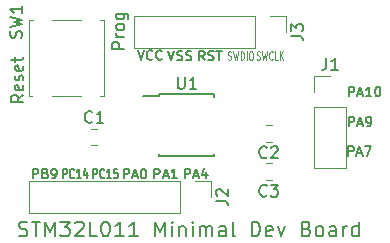
<source format=gbr>
G04 #@! TF.GenerationSoftware,KiCad,Pcbnew,5.1.2*
G04 #@! TF.CreationDate,2019-05-06T11:57:56-05:00*
G04 #@! TF.ProjectId,STM32L011Minimal,53544d33-324c-4303-9131-4d696e696d61,rev?*
G04 #@! TF.SameCoordinates,Original*
G04 #@! TF.FileFunction,Legend,Top*
G04 #@! TF.FilePolarity,Positive*
%FSLAX46Y46*%
G04 Gerber Fmt 4.6, Leading zero omitted, Abs format (unit mm)*
G04 Created by KiCad (PCBNEW 5.1.2) date 2019-05-06 11:57:56*
%MOMM*%
%LPD*%
G04 APERTURE LIST*
%ADD10C,0.150000*%
%ADD11C,0.125000*%
%ADD12C,0.120000*%
G04 APERTURE END LIST*
D10*
X175516666Y-84161904D02*
X175516666Y-83361904D01*
X175821428Y-83361904D01*
X175897619Y-83400000D01*
X175935714Y-83438095D01*
X175973809Y-83514285D01*
X175973809Y-83628571D01*
X175935714Y-83704761D01*
X175897619Y-83742857D01*
X175821428Y-83780952D01*
X175516666Y-83780952D01*
X176278571Y-83933333D02*
X176659523Y-83933333D01*
X176202380Y-84161904D02*
X176469047Y-83361904D01*
X176735714Y-84161904D01*
X176926190Y-83361904D02*
X177459523Y-83361904D01*
X177116666Y-84161904D01*
X175566666Y-81661904D02*
X175566666Y-80861904D01*
X175871428Y-80861904D01*
X175947619Y-80900000D01*
X175985714Y-80938095D01*
X176023809Y-81014285D01*
X176023809Y-81128571D01*
X175985714Y-81204761D01*
X175947619Y-81242857D01*
X175871428Y-81280952D01*
X175566666Y-81280952D01*
X176328571Y-81433333D02*
X176709523Y-81433333D01*
X176252380Y-81661904D02*
X176519047Y-80861904D01*
X176785714Y-81661904D01*
X177090476Y-81661904D02*
X177242857Y-81661904D01*
X177319047Y-81623809D01*
X177357142Y-81585714D01*
X177433333Y-81471428D01*
X177471428Y-81319047D01*
X177471428Y-81014285D01*
X177433333Y-80938095D01*
X177395238Y-80900000D01*
X177319047Y-80861904D01*
X177166666Y-80861904D01*
X177090476Y-80900000D01*
X177052380Y-80938095D01*
X177014285Y-81014285D01*
X177014285Y-81204761D01*
X177052380Y-81280952D01*
X177090476Y-81319047D01*
X177166666Y-81357142D01*
X177319047Y-81357142D01*
X177395238Y-81319047D01*
X177433333Y-81280952D01*
X177471428Y-81204761D01*
X175585714Y-79111904D02*
X175585714Y-78311904D01*
X175890476Y-78311904D01*
X175966666Y-78350000D01*
X176004761Y-78388095D01*
X176042857Y-78464285D01*
X176042857Y-78578571D01*
X176004761Y-78654761D01*
X175966666Y-78692857D01*
X175890476Y-78730952D01*
X175585714Y-78730952D01*
X176347619Y-78883333D02*
X176728571Y-78883333D01*
X176271428Y-79111904D02*
X176538095Y-78311904D01*
X176804761Y-79111904D01*
X177490476Y-79111904D02*
X177033333Y-79111904D01*
X177261904Y-79111904D02*
X177261904Y-78311904D01*
X177185714Y-78426190D01*
X177109523Y-78502380D01*
X177033333Y-78540476D01*
X177985714Y-78311904D02*
X178061904Y-78311904D01*
X178138095Y-78350000D01*
X178176190Y-78388095D01*
X178214285Y-78464285D01*
X178252380Y-78616666D01*
X178252380Y-78807142D01*
X178214285Y-78959523D01*
X178176190Y-79035714D01*
X178138095Y-79073809D01*
X178061904Y-79111904D01*
X177985714Y-79111904D01*
X177909523Y-79073809D01*
X177871428Y-79035714D01*
X177833333Y-78959523D01*
X177795238Y-78807142D01*
X177795238Y-78616666D01*
X177833333Y-78464285D01*
X177871428Y-78388095D01*
X177909523Y-78350000D01*
X177985714Y-78311904D01*
X161666666Y-86061904D02*
X161666666Y-85261904D01*
X161971428Y-85261904D01*
X162047619Y-85300000D01*
X162085714Y-85338095D01*
X162123809Y-85414285D01*
X162123809Y-85528571D01*
X162085714Y-85604761D01*
X162047619Y-85642857D01*
X161971428Y-85680952D01*
X161666666Y-85680952D01*
X162428571Y-85833333D02*
X162809523Y-85833333D01*
X162352380Y-86061904D02*
X162619047Y-85261904D01*
X162885714Y-86061904D01*
X163495238Y-85528571D02*
X163495238Y-86061904D01*
X163304761Y-85223809D02*
X163114285Y-85795238D01*
X163609523Y-85795238D01*
X159116666Y-86061904D02*
X159116666Y-85261904D01*
X159421428Y-85261904D01*
X159497619Y-85300000D01*
X159535714Y-85338095D01*
X159573809Y-85414285D01*
X159573809Y-85528571D01*
X159535714Y-85604761D01*
X159497619Y-85642857D01*
X159421428Y-85680952D01*
X159116666Y-85680952D01*
X159878571Y-85833333D02*
X160259523Y-85833333D01*
X159802380Y-86061904D02*
X160069047Y-85261904D01*
X160335714Y-86061904D01*
X161021428Y-86061904D02*
X160564285Y-86061904D01*
X160792857Y-86061904D02*
X160792857Y-85261904D01*
X160716666Y-85376190D01*
X160640476Y-85452380D01*
X160564285Y-85490476D01*
X156516666Y-86061904D02*
X156516666Y-85261904D01*
X156821428Y-85261904D01*
X156897619Y-85300000D01*
X156935714Y-85338095D01*
X156973809Y-85414285D01*
X156973809Y-85528571D01*
X156935714Y-85604761D01*
X156897619Y-85642857D01*
X156821428Y-85680952D01*
X156516666Y-85680952D01*
X157278571Y-85833333D02*
X157659523Y-85833333D01*
X157202380Y-86061904D02*
X157469047Y-85261904D01*
X157735714Y-86061904D01*
X158154761Y-85261904D02*
X158230952Y-85261904D01*
X158307142Y-85300000D01*
X158345238Y-85338095D01*
X158383333Y-85414285D01*
X158421428Y-85566666D01*
X158421428Y-85757142D01*
X158383333Y-85909523D01*
X158345238Y-85985714D01*
X158307142Y-86023809D01*
X158230952Y-86061904D01*
X158154761Y-86061904D01*
X158078571Y-86023809D01*
X158040476Y-85985714D01*
X158002380Y-85909523D01*
X157964285Y-85757142D01*
X157964285Y-85566666D01*
X158002380Y-85414285D01*
X158040476Y-85338095D01*
X158078571Y-85300000D01*
X158154761Y-85261904D01*
X153921428Y-86061904D02*
X153921428Y-85261904D01*
X154150000Y-85261904D01*
X154207142Y-85300000D01*
X154235714Y-85338095D01*
X154264285Y-85414285D01*
X154264285Y-85528571D01*
X154235714Y-85604761D01*
X154207142Y-85642857D01*
X154150000Y-85680952D01*
X153921428Y-85680952D01*
X154864285Y-85985714D02*
X154835714Y-86023809D01*
X154750000Y-86061904D01*
X154692857Y-86061904D01*
X154607142Y-86023809D01*
X154550000Y-85947619D01*
X154521428Y-85871428D01*
X154492857Y-85719047D01*
X154492857Y-85604761D01*
X154521428Y-85452380D01*
X154550000Y-85376190D01*
X154607142Y-85300000D01*
X154692857Y-85261904D01*
X154750000Y-85261904D01*
X154835714Y-85300000D01*
X154864285Y-85338095D01*
X155435714Y-86061904D02*
X155092857Y-86061904D01*
X155264285Y-86061904D02*
X155264285Y-85261904D01*
X155207142Y-85376190D01*
X155150000Y-85452380D01*
X155092857Y-85490476D01*
X155978571Y-85261904D02*
X155692857Y-85261904D01*
X155664285Y-85642857D01*
X155692857Y-85604761D01*
X155750000Y-85566666D01*
X155892857Y-85566666D01*
X155950000Y-85604761D01*
X155978571Y-85642857D01*
X156007142Y-85719047D01*
X156007142Y-85909523D01*
X155978571Y-85985714D01*
X155950000Y-86023809D01*
X155892857Y-86061904D01*
X155750000Y-86061904D01*
X155692857Y-86023809D01*
X155664285Y-85985714D01*
X151371428Y-86061904D02*
X151371428Y-85261904D01*
X151600000Y-85261904D01*
X151657142Y-85300000D01*
X151685714Y-85338095D01*
X151714285Y-85414285D01*
X151714285Y-85528571D01*
X151685714Y-85604761D01*
X151657142Y-85642857D01*
X151600000Y-85680952D01*
X151371428Y-85680952D01*
X152314285Y-85985714D02*
X152285714Y-86023809D01*
X152200000Y-86061904D01*
X152142857Y-86061904D01*
X152057142Y-86023809D01*
X152000000Y-85947619D01*
X151971428Y-85871428D01*
X151942857Y-85719047D01*
X151942857Y-85604761D01*
X151971428Y-85452380D01*
X152000000Y-85376190D01*
X152057142Y-85300000D01*
X152142857Y-85261904D01*
X152200000Y-85261904D01*
X152285714Y-85300000D01*
X152314285Y-85338095D01*
X152885714Y-86061904D02*
X152542857Y-86061904D01*
X152714285Y-86061904D02*
X152714285Y-85261904D01*
X152657142Y-85376190D01*
X152600000Y-85452380D01*
X152542857Y-85490476D01*
X153400000Y-85528571D02*
X153400000Y-86061904D01*
X153257142Y-85223809D02*
X153114285Y-85795238D01*
X153485714Y-85795238D01*
X148809523Y-86061904D02*
X148809523Y-85261904D01*
X149114285Y-85261904D01*
X149190476Y-85300000D01*
X149228571Y-85338095D01*
X149266666Y-85414285D01*
X149266666Y-85528571D01*
X149228571Y-85604761D01*
X149190476Y-85642857D01*
X149114285Y-85680952D01*
X148809523Y-85680952D01*
X149876190Y-85642857D02*
X149990476Y-85680952D01*
X150028571Y-85719047D01*
X150066666Y-85795238D01*
X150066666Y-85909523D01*
X150028571Y-85985714D01*
X149990476Y-86023809D01*
X149914285Y-86061904D01*
X149609523Y-86061904D01*
X149609523Y-85261904D01*
X149876190Y-85261904D01*
X149952380Y-85300000D01*
X149990476Y-85338095D01*
X150028571Y-85414285D01*
X150028571Y-85490476D01*
X149990476Y-85566666D01*
X149952380Y-85604761D01*
X149876190Y-85642857D01*
X149609523Y-85642857D01*
X150447619Y-86061904D02*
X150600000Y-86061904D01*
X150676190Y-86023809D01*
X150714285Y-85985714D01*
X150790476Y-85871428D01*
X150828571Y-85719047D01*
X150828571Y-85414285D01*
X150790476Y-85338095D01*
X150752380Y-85300000D01*
X150676190Y-85261904D01*
X150523809Y-85261904D01*
X150447619Y-85300000D01*
X150409523Y-85338095D01*
X150371428Y-85414285D01*
X150371428Y-85604761D01*
X150409523Y-85680952D01*
X150447619Y-85719047D01*
X150523809Y-85757142D01*
X150676190Y-85757142D01*
X150752380Y-85719047D01*
X150790476Y-85680952D01*
X150828571Y-85604761D01*
D11*
X167769047Y-75983333D02*
X167840476Y-76016666D01*
X167959523Y-76016666D01*
X168007142Y-75983333D01*
X168030952Y-75950000D01*
X168054761Y-75883333D01*
X168054761Y-75816666D01*
X168030952Y-75750000D01*
X168007142Y-75716666D01*
X167959523Y-75683333D01*
X167864285Y-75650000D01*
X167816666Y-75616666D01*
X167792857Y-75583333D01*
X167769047Y-75516666D01*
X167769047Y-75450000D01*
X167792857Y-75383333D01*
X167816666Y-75350000D01*
X167864285Y-75316666D01*
X167983333Y-75316666D01*
X168054761Y-75350000D01*
X168221428Y-75316666D02*
X168340476Y-76016666D01*
X168435714Y-75516666D01*
X168530952Y-76016666D01*
X168650000Y-75316666D01*
X169126190Y-75950000D02*
X169102380Y-75983333D01*
X169030952Y-76016666D01*
X168983333Y-76016666D01*
X168911904Y-75983333D01*
X168864285Y-75916666D01*
X168840476Y-75850000D01*
X168816666Y-75716666D01*
X168816666Y-75616666D01*
X168840476Y-75483333D01*
X168864285Y-75416666D01*
X168911904Y-75350000D01*
X168983333Y-75316666D01*
X169030952Y-75316666D01*
X169102380Y-75350000D01*
X169126190Y-75383333D01*
X169578571Y-76016666D02*
X169340476Y-76016666D01*
X169340476Y-75316666D01*
X169745238Y-76016666D02*
X169745238Y-75316666D01*
X170030952Y-76016666D02*
X169816666Y-75616666D01*
X170030952Y-75316666D02*
X169745238Y-75716666D01*
X165340476Y-75983333D02*
X165411904Y-76016666D01*
X165530952Y-76016666D01*
X165578571Y-75983333D01*
X165602380Y-75950000D01*
X165626190Y-75883333D01*
X165626190Y-75816666D01*
X165602380Y-75750000D01*
X165578571Y-75716666D01*
X165530952Y-75683333D01*
X165435714Y-75650000D01*
X165388095Y-75616666D01*
X165364285Y-75583333D01*
X165340476Y-75516666D01*
X165340476Y-75450000D01*
X165364285Y-75383333D01*
X165388095Y-75350000D01*
X165435714Y-75316666D01*
X165554761Y-75316666D01*
X165626190Y-75350000D01*
X165792857Y-75316666D02*
X165911904Y-76016666D01*
X166007142Y-75516666D01*
X166102380Y-76016666D01*
X166221428Y-75316666D01*
X166411904Y-76016666D02*
X166411904Y-75316666D01*
X166530952Y-75316666D01*
X166602380Y-75350000D01*
X166650000Y-75416666D01*
X166673809Y-75483333D01*
X166697619Y-75616666D01*
X166697619Y-75716666D01*
X166673809Y-75850000D01*
X166650000Y-75916666D01*
X166602380Y-75983333D01*
X166530952Y-76016666D01*
X166411904Y-76016666D01*
X166911904Y-76016666D02*
X166911904Y-75316666D01*
X167245238Y-75316666D02*
X167340476Y-75316666D01*
X167388095Y-75350000D01*
X167435714Y-75416666D01*
X167459523Y-75550000D01*
X167459523Y-75783333D01*
X167435714Y-75916666D01*
X167388095Y-75983333D01*
X167340476Y-76016666D01*
X167245238Y-76016666D01*
X167197619Y-75983333D01*
X167150000Y-75916666D01*
X167126190Y-75783333D01*
X167126190Y-75550000D01*
X167150000Y-75416666D01*
X167197619Y-75350000D01*
X167245238Y-75316666D01*
D10*
X163361904Y-76061904D02*
X163095238Y-75680952D01*
X162904761Y-76061904D02*
X162904761Y-75261904D01*
X163209523Y-75261904D01*
X163285714Y-75300000D01*
X163323809Y-75338095D01*
X163361904Y-75414285D01*
X163361904Y-75528571D01*
X163323809Y-75604761D01*
X163285714Y-75642857D01*
X163209523Y-75680952D01*
X162904761Y-75680952D01*
X163666666Y-76023809D02*
X163780952Y-76061904D01*
X163971428Y-76061904D01*
X164047619Y-76023809D01*
X164085714Y-75985714D01*
X164123809Y-75909523D01*
X164123809Y-75833333D01*
X164085714Y-75757142D01*
X164047619Y-75719047D01*
X163971428Y-75680952D01*
X163819047Y-75642857D01*
X163742857Y-75604761D01*
X163704761Y-75566666D01*
X163666666Y-75490476D01*
X163666666Y-75414285D01*
X163704761Y-75338095D01*
X163742857Y-75300000D01*
X163819047Y-75261904D01*
X164009523Y-75261904D01*
X164123809Y-75300000D01*
X164352380Y-75261904D02*
X164809523Y-75261904D01*
X164580952Y-76061904D02*
X164580952Y-75261904D01*
X160271428Y-75261904D02*
X160538095Y-76061904D01*
X160804761Y-75261904D01*
X161033333Y-76023809D02*
X161147619Y-76061904D01*
X161338095Y-76061904D01*
X161414285Y-76023809D01*
X161452380Y-75985714D01*
X161490476Y-75909523D01*
X161490476Y-75833333D01*
X161452380Y-75757142D01*
X161414285Y-75719047D01*
X161338095Y-75680952D01*
X161185714Y-75642857D01*
X161109523Y-75604761D01*
X161071428Y-75566666D01*
X161033333Y-75490476D01*
X161033333Y-75414285D01*
X161071428Y-75338095D01*
X161109523Y-75300000D01*
X161185714Y-75261904D01*
X161376190Y-75261904D01*
X161490476Y-75300000D01*
X161795238Y-76023809D02*
X161909523Y-76061904D01*
X162100000Y-76061904D01*
X162176190Y-76023809D01*
X162214285Y-75985714D01*
X162252380Y-75909523D01*
X162252380Y-75833333D01*
X162214285Y-75757142D01*
X162176190Y-75719047D01*
X162100000Y-75680952D01*
X161947619Y-75642857D01*
X161871428Y-75604761D01*
X161833333Y-75566666D01*
X161795238Y-75490476D01*
X161795238Y-75414285D01*
X161833333Y-75338095D01*
X161871428Y-75300000D01*
X161947619Y-75261904D01*
X162138095Y-75261904D01*
X162252380Y-75300000D01*
X157683333Y-75211904D02*
X157950000Y-76011904D01*
X158216666Y-75211904D01*
X158940476Y-75935714D02*
X158902380Y-75973809D01*
X158788095Y-76011904D01*
X158711904Y-76011904D01*
X158597619Y-75973809D01*
X158521428Y-75897619D01*
X158483333Y-75821428D01*
X158445238Y-75669047D01*
X158445238Y-75554761D01*
X158483333Y-75402380D01*
X158521428Y-75326190D01*
X158597619Y-75250000D01*
X158711904Y-75211904D01*
X158788095Y-75211904D01*
X158902380Y-75250000D01*
X158940476Y-75288095D01*
X159740476Y-75935714D02*
X159702380Y-75973809D01*
X159588095Y-76011904D01*
X159511904Y-76011904D01*
X159397619Y-75973809D01*
X159321428Y-75897619D01*
X159283333Y-75821428D01*
X159245238Y-75669047D01*
X159245238Y-75554761D01*
X159283333Y-75402380D01*
X159321428Y-75326190D01*
X159397619Y-75250000D01*
X159511904Y-75211904D01*
X159588095Y-75211904D01*
X159702380Y-75250000D01*
X159740476Y-75288095D01*
X147645238Y-90905952D02*
X147823809Y-90965476D01*
X148121428Y-90965476D01*
X148240476Y-90905952D01*
X148300000Y-90846428D01*
X148359523Y-90727380D01*
X148359523Y-90608333D01*
X148300000Y-90489285D01*
X148240476Y-90429761D01*
X148121428Y-90370238D01*
X147883333Y-90310714D01*
X147764285Y-90251190D01*
X147704761Y-90191666D01*
X147645238Y-90072619D01*
X147645238Y-89953571D01*
X147704761Y-89834523D01*
X147764285Y-89775000D01*
X147883333Y-89715476D01*
X148180952Y-89715476D01*
X148359523Y-89775000D01*
X148716666Y-89715476D02*
X149430952Y-89715476D01*
X149073809Y-90965476D02*
X149073809Y-89715476D01*
X149847619Y-90965476D02*
X149847619Y-89715476D01*
X150264285Y-90608333D01*
X150680952Y-89715476D01*
X150680952Y-90965476D01*
X151157142Y-89715476D02*
X151930952Y-89715476D01*
X151514285Y-90191666D01*
X151692857Y-90191666D01*
X151811904Y-90251190D01*
X151871428Y-90310714D01*
X151930952Y-90429761D01*
X151930952Y-90727380D01*
X151871428Y-90846428D01*
X151811904Y-90905952D01*
X151692857Y-90965476D01*
X151335714Y-90965476D01*
X151216666Y-90905952D01*
X151157142Y-90846428D01*
X152407142Y-89834523D02*
X152466666Y-89775000D01*
X152585714Y-89715476D01*
X152883333Y-89715476D01*
X153002380Y-89775000D01*
X153061904Y-89834523D01*
X153121428Y-89953571D01*
X153121428Y-90072619D01*
X153061904Y-90251190D01*
X152347619Y-90965476D01*
X153121428Y-90965476D01*
X154252380Y-90965476D02*
X153657142Y-90965476D01*
X153657142Y-89715476D01*
X154907142Y-89715476D02*
X155026190Y-89715476D01*
X155145238Y-89775000D01*
X155204761Y-89834523D01*
X155264285Y-89953571D01*
X155323809Y-90191666D01*
X155323809Y-90489285D01*
X155264285Y-90727380D01*
X155204761Y-90846428D01*
X155145238Y-90905952D01*
X155026190Y-90965476D01*
X154907142Y-90965476D01*
X154788095Y-90905952D01*
X154728571Y-90846428D01*
X154669047Y-90727380D01*
X154609523Y-90489285D01*
X154609523Y-90191666D01*
X154669047Y-89953571D01*
X154728571Y-89834523D01*
X154788095Y-89775000D01*
X154907142Y-89715476D01*
X156514285Y-90965476D02*
X155800000Y-90965476D01*
X156157142Y-90965476D02*
X156157142Y-89715476D01*
X156038095Y-89894047D01*
X155919047Y-90013095D01*
X155800000Y-90072619D01*
X157704761Y-90965476D02*
X156990476Y-90965476D01*
X157347619Y-90965476D02*
X157347619Y-89715476D01*
X157228571Y-89894047D01*
X157109523Y-90013095D01*
X156990476Y-90072619D01*
X159192857Y-90965476D02*
X159192857Y-89715476D01*
X159609523Y-90608333D01*
X160026190Y-89715476D01*
X160026190Y-90965476D01*
X160621428Y-90965476D02*
X160621428Y-90132142D01*
X160621428Y-89715476D02*
X160561904Y-89775000D01*
X160621428Y-89834523D01*
X160680952Y-89775000D01*
X160621428Y-89715476D01*
X160621428Y-89834523D01*
X161216666Y-90132142D02*
X161216666Y-90965476D01*
X161216666Y-90251190D02*
X161276190Y-90191666D01*
X161395238Y-90132142D01*
X161573809Y-90132142D01*
X161692857Y-90191666D01*
X161752380Y-90310714D01*
X161752380Y-90965476D01*
X162347619Y-90965476D02*
X162347619Y-90132142D01*
X162347619Y-89715476D02*
X162288095Y-89775000D01*
X162347619Y-89834523D01*
X162407142Y-89775000D01*
X162347619Y-89715476D01*
X162347619Y-89834523D01*
X162942857Y-90965476D02*
X162942857Y-90132142D01*
X162942857Y-90251190D02*
X163002380Y-90191666D01*
X163121428Y-90132142D01*
X163300000Y-90132142D01*
X163419047Y-90191666D01*
X163478571Y-90310714D01*
X163478571Y-90965476D01*
X163478571Y-90310714D02*
X163538095Y-90191666D01*
X163657142Y-90132142D01*
X163835714Y-90132142D01*
X163954761Y-90191666D01*
X164014285Y-90310714D01*
X164014285Y-90965476D01*
X165145238Y-90965476D02*
X165145238Y-90310714D01*
X165085714Y-90191666D01*
X164966666Y-90132142D01*
X164728571Y-90132142D01*
X164609523Y-90191666D01*
X165145238Y-90905952D02*
X165026190Y-90965476D01*
X164728571Y-90965476D01*
X164609523Y-90905952D01*
X164550000Y-90786904D01*
X164550000Y-90667857D01*
X164609523Y-90548809D01*
X164728571Y-90489285D01*
X165026190Y-90489285D01*
X165145238Y-90429761D01*
X165919047Y-90965476D02*
X165800000Y-90905952D01*
X165740476Y-90786904D01*
X165740476Y-89715476D01*
X167347619Y-90965476D02*
X167347619Y-89715476D01*
X167645238Y-89715476D01*
X167823809Y-89775000D01*
X167942857Y-89894047D01*
X168002380Y-90013095D01*
X168061904Y-90251190D01*
X168061904Y-90429761D01*
X168002380Y-90667857D01*
X167942857Y-90786904D01*
X167823809Y-90905952D01*
X167645238Y-90965476D01*
X167347619Y-90965476D01*
X169073809Y-90905952D02*
X168954761Y-90965476D01*
X168716666Y-90965476D01*
X168597619Y-90905952D01*
X168538095Y-90786904D01*
X168538095Y-90310714D01*
X168597619Y-90191666D01*
X168716666Y-90132142D01*
X168954761Y-90132142D01*
X169073809Y-90191666D01*
X169133333Y-90310714D01*
X169133333Y-90429761D01*
X168538095Y-90548809D01*
X169550000Y-90132142D02*
X169847619Y-90965476D01*
X170145238Y-90132142D01*
X171990476Y-90310714D02*
X172169047Y-90370238D01*
X172228571Y-90429761D01*
X172288095Y-90548809D01*
X172288095Y-90727380D01*
X172228571Y-90846428D01*
X172169047Y-90905952D01*
X172050000Y-90965476D01*
X171573809Y-90965476D01*
X171573809Y-89715476D01*
X171990476Y-89715476D01*
X172109523Y-89775000D01*
X172169047Y-89834523D01*
X172228571Y-89953571D01*
X172228571Y-90072619D01*
X172169047Y-90191666D01*
X172109523Y-90251190D01*
X171990476Y-90310714D01*
X171573809Y-90310714D01*
X173002380Y-90965476D02*
X172883333Y-90905952D01*
X172823809Y-90846428D01*
X172764285Y-90727380D01*
X172764285Y-90370238D01*
X172823809Y-90251190D01*
X172883333Y-90191666D01*
X173002380Y-90132142D01*
X173180952Y-90132142D01*
X173300000Y-90191666D01*
X173359523Y-90251190D01*
X173419047Y-90370238D01*
X173419047Y-90727380D01*
X173359523Y-90846428D01*
X173300000Y-90905952D01*
X173180952Y-90965476D01*
X173002380Y-90965476D01*
X174490476Y-90965476D02*
X174490476Y-90310714D01*
X174430952Y-90191666D01*
X174311904Y-90132142D01*
X174073809Y-90132142D01*
X173954761Y-90191666D01*
X174490476Y-90905952D02*
X174371428Y-90965476D01*
X174073809Y-90965476D01*
X173954761Y-90905952D01*
X173895238Y-90786904D01*
X173895238Y-90667857D01*
X173954761Y-90548809D01*
X174073809Y-90489285D01*
X174371428Y-90489285D01*
X174490476Y-90429761D01*
X175085714Y-90965476D02*
X175085714Y-90132142D01*
X175085714Y-90370238D02*
X175145238Y-90251190D01*
X175204761Y-90191666D01*
X175323809Y-90132142D01*
X175442857Y-90132142D01*
X176395238Y-90965476D02*
X176395238Y-89715476D01*
X176395238Y-90905952D02*
X176276190Y-90965476D01*
X176038095Y-90965476D01*
X175919047Y-90905952D01*
X175859523Y-90846428D01*
X175800000Y-90727380D01*
X175800000Y-90370238D01*
X175859523Y-90251190D01*
X175919047Y-90191666D01*
X176038095Y-90132142D01*
X176276190Y-90132142D01*
X176395238Y-90191666D01*
D12*
X153743922Y-81840000D02*
X154261078Y-81840000D01*
X153743922Y-83260000D02*
X154261078Y-83260000D01*
X169046078Y-81540000D02*
X168528922Y-81540000D01*
X169046078Y-82960000D02*
X168528922Y-82960000D01*
X169046078Y-86210000D02*
X168528922Y-86210000D01*
X169046078Y-84790000D02*
X168528922Y-84790000D01*
X172660000Y-85150000D02*
X175320000Y-85150000D01*
X172660000Y-80010000D02*
X172660000Y-85150000D01*
X175320000Y-80010000D02*
X175320000Y-85150000D01*
X172660000Y-80010000D02*
X175320000Y-80010000D01*
X172660000Y-78740000D02*
X172660000Y-77410000D01*
X172660000Y-77410000D02*
X173990000Y-77410000D01*
X148530000Y-86300000D02*
X148530000Y-88960000D01*
X161290000Y-86300000D02*
X148530000Y-86300000D01*
X161290000Y-88960000D02*
X148530000Y-88960000D01*
X161290000Y-86300000D02*
X161290000Y-88960000D01*
X162560000Y-86300000D02*
X163890000Y-86300000D01*
X163890000Y-86300000D02*
X163890000Y-87630000D01*
X157420000Y-72330000D02*
X157420000Y-74990000D01*
X167640000Y-72330000D02*
X157420000Y-72330000D01*
X167640000Y-74990000D02*
X157420000Y-74990000D01*
X167640000Y-72330000D02*
X167640000Y-74990000D01*
X168910000Y-72330000D02*
X170240000Y-72330000D01*
X170240000Y-72330000D02*
X170240000Y-73660000D01*
X148870000Y-72630000D02*
X148460000Y-72630000D01*
X148460000Y-72630000D02*
X148460000Y-79050000D01*
X148460000Y-79050000D02*
X148740000Y-79050000D01*
X150470000Y-79050000D02*
X152870000Y-79050000D01*
X154470000Y-79050000D02*
X154880000Y-79050000D01*
X154880000Y-79050000D02*
X154880000Y-72630000D01*
X154880000Y-72630000D02*
X154470000Y-72630000D01*
X152870000Y-72630000D02*
X150470000Y-72630000D01*
D10*
X159530001Y-78940001D02*
X159530001Y-79065001D01*
X164180001Y-78940001D02*
X164180001Y-79165001D01*
X164180001Y-84190001D02*
X164180001Y-83965001D01*
X159530001Y-84190001D02*
X159530001Y-83965001D01*
X159530001Y-78940001D02*
X164180001Y-78940001D01*
X159530001Y-84190001D02*
X164180001Y-84190001D01*
X159530001Y-79065001D02*
X158180001Y-79065001D01*
X153835833Y-81257142D02*
X153788214Y-81304761D01*
X153645357Y-81352380D01*
X153550119Y-81352380D01*
X153407261Y-81304761D01*
X153312023Y-81209523D01*
X153264404Y-81114285D01*
X153216785Y-80923809D01*
X153216785Y-80780952D01*
X153264404Y-80590476D01*
X153312023Y-80495238D01*
X153407261Y-80400000D01*
X153550119Y-80352380D01*
X153645357Y-80352380D01*
X153788214Y-80400000D01*
X153835833Y-80447619D01*
X154788214Y-81352380D02*
X154216785Y-81352380D01*
X154502500Y-81352380D02*
X154502500Y-80352380D01*
X154407261Y-80495238D01*
X154312023Y-80590476D01*
X154216785Y-80638095D01*
X168620833Y-84257142D02*
X168573214Y-84304761D01*
X168430357Y-84352380D01*
X168335119Y-84352380D01*
X168192261Y-84304761D01*
X168097023Y-84209523D01*
X168049404Y-84114285D01*
X168001785Y-83923809D01*
X168001785Y-83780952D01*
X168049404Y-83590476D01*
X168097023Y-83495238D01*
X168192261Y-83400000D01*
X168335119Y-83352380D01*
X168430357Y-83352380D01*
X168573214Y-83400000D01*
X168620833Y-83447619D01*
X169001785Y-83447619D02*
X169049404Y-83400000D01*
X169144642Y-83352380D01*
X169382738Y-83352380D01*
X169477976Y-83400000D01*
X169525595Y-83447619D01*
X169573214Y-83542857D01*
X169573214Y-83638095D01*
X169525595Y-83780952D01*
X168954166Y-84352380D01*
X169573214Y-84352380D01*
X168620833Y-87507142D02*
X168573214Y-87554761D01*
X168430357Y-87602380D01*
X168335119Y-87602380D01*
X168192261Y-87554761D01*
X168097023Y-87459523D01*
X168049404Y-87364285D01*
X168001785Y-87173809D01*
X168001785Y-87030952D01*
X168049404Y-86840476D01*
X168097023Y-86745238D01*
X168192261Y-86650000D01*
X168335119Y-86602380D01*
X168430357Y-86602380D01*
X168573214Y-86650000D01*
X168620833Y-86697619D01*
X168954166Y-86602380D02*
X169573214Y-86602380D01*
X169239880Y-86983333D01*
X169382738Y-86983333D01*
X169477976Y-87030952D01*
X169525595Y-87078571D01*
X169573214Y-87173809D01*
X169573214Y-87411904D01*
X169525595Y-87507142D01*
X169477976Y-87554761D01*
X169382738Y-87602380D01*
X169097023Y-87602380D01*
X169001785Y-87554761D01*
X168954166Y-87507142D01*
X173656666Y-75862380D02*
X173656666Y-76576666D01*
X173609047Y-76719523D01*
X173513809Y-76814761D01*
X173370952Y-76862380D01*
X173275714Y-76862380D01*
X174656666Y-76862380D02*
X174085238Y-76862380D01*
X174370952Y-76862380D02*
X174370952Y-75862380D01*
X174275714Y-76005238D01*
X174180476Y-76100476D01*
X174085238Y-76148095D01*
X164342380Y-87963333D02*
X165056666Y-87963333D01*
X165199523Y-88010952D01*
X165294761Y-88106190D01*
X165342380Y-88249047D01*
X165342380Y-88344285D01*
X164437619Y-87534761D02*
X164390000Y-87487142D01*
X164342380Y-87391904D01*
X164342380Y-87153809D01*
X164390000Y-87058571D01*
X164437619Y-87010952D01*
X164532857Y-86963333D01*
X164628095Y-86963333D01*
X164770952Y-87010952D01*
X165342380Y-87582380D01*
X165342380Y-86963333D01*
X170692380Y-73993333D02*
X171406666Y-73993333D01*
X171549523Y-74040952D01*
X171644761Y-74136190D01*
X171692380Y-74279047D01*
X171692380Y-74374285D01*
X170692380Y-73612380D02*
X170692380Y-72993333D01*
X171073333Y-73326666D01*
X171073333Y-73183809D01*
X171120952Y-73088571D01*
X171168571Y-73040952D01*
X171263809Y-72993333D01*
X171501904Y-72993333D01*
X171597142Y-73040952D01*
X171644761Y-73088571D01*
X171692380Y-73183809D01*
X171692380Y-73469523D01*
X171644761Y-73564761D01*
X171597142Y-73612380D01*
X156552380Y-75076190D02*
X155552380Y-75076190D01*
X155552380Y-74695238D01*
X155600000Y-74600000D01*
X155647619Y-74552380D01*
X155742857Y-74504761D01*
X155885714Y-74504761D01*
X155980952Y-74552380D01*
X156028571Y-74600000D01*
X156076190Y-74695238D01*
X156076190Y-75076190D01*
X156552380Y-74076190D02*
X155885714Y-74076190D01*
X156076190Y-74076190D02*
X155980952Y-74028571D01*
X155933333Y-73980952D01*
X155885714Y-73885714D01*
X155885714Y-73790476D01*
X156552380Y-73314285D02*
X156504761Y-73409523D01*
X156457142Y-73457142D01*
X156361904Y-73504761D01*
X156076190Y-73504761D01*
X155980952Y-73457142D01*
X155933333Y-73409523D01*
X155885714Y-73314285D01*
X155885714Y-73171428D01*
X155933333Y-73076190D01*
X155980952Y-73028571D01*
X156076190Y-72980952D01*
X156361904Y-72980952D01*
X156457142Y-73028571D01*
X156504761Y-73076190D01*
X156552380Y-73171428D01*
X156552380Y-73314285D01*
X155885714Y-72123809D02*
X156695238Y-72123809D01*
X156790476Y-72171428D01*
X156838095Y-72219047D01*
X156885714Y-72314285D01*
X156885714Y-72457142D01*
X156838095Y-72552380D01*
X156504761Y-72123809D02*
X156552380Y-72219047D01*
X156552380Y-72409523D01*
X156504761Y-72504761D01*
X156457142Y-72552380D01*
X156361904Y-72600000D01*
X156076190Y-72600000D01*
X155980952Y-72552380D01*
X155933333Y-72504761D01*
X155885714Y-72409523D01*
X155885714Y-72219047D01*
X155933333Y-72123809D01*
X147854761Y-74133333D02*
X147902380Y-73990476D01*
X147902380Y-73752380D01*
X147854761Y-73657142D01*
X147807142Y-73609523D01*
X147711904Y-73561904D01*
X147616666Y-73561904D01*
X147521428Y-73609523D01*
X147473809Y-73657142D01*
X147426190Y-73752380D01*
X147378571Y-73942857D01*
X147330952Y-74038095D01*
X147283333Y-74085714D01*
X147188095Y-74133333D01*
X147092857Y-74133333D01*
X146997619Y-74085714D01*
X146950000Y-74038095D01*
X146902380Y-73942857D01*
X146902380Y-73704761D01*
X146950000Y-73561904D01*
X146902380Y-73228571D02*
X147902380Y-72990476D01*
X147188095Y-72800000D01*
X147902380Y-72609523D01*
X146902380Y-72371428D01*
X147902380Y-71466666D02*
X147902380Y-72038095D01*
X147902380Y-71752380D02*
X146902380Y-71752380D01*
X147045238Y-71847619D01*
X147140476Y-71942857D01*
X147188095Y-72038095D01*
X148002380Y-78988095D02*
X147526190Y-79321428D01*
X148002380Y-79559523D02*
X147002380Y-79559523D01*
X147002380Y-79178571D01*
X147050000Y-79083333D01*
X147097619Y-79035714D01*
X147192857Y-78988095D01*
X147335714Y-78988095D01*
X147430952Y-79035714D01*
X147478571Y-79083333D01*
X147526190Y-79178571D01*
X147526190Y-79559523D01*
X147954761Y-78178571D02*
X148002380Y-78273809D01*
X148002380Y-78464285D01*
X147954761Y-78559523D01*
X147859523Y-78607142D01*
X147478571Y-78607142D01*
X147383333Y-78559523D01*
X147335714Y-78464285D01*
X147335714Y-78273809D01*
X147383333Y-78178571D01*
X147478571Y-78130952D01*
X147573809Y-78130952D01*
X147669047Y-78607142D01*
X147954761Y-77750000D02*
X148002380Y-77654761D01*
X148002380Y-77464285D01*
X147954761Y-77369047D01*
X147859523Y-77321428D01*
X147811904Y-77321428D01*
X147716666Y-77369047D01*
X147669047Y-77464285D01*
X147669047Y-77607142D01*
X147621428Y-77702380D01*
X147526190Y-77750000D01*
X147478571Y-77750000D01*
X147383333Y-77702380D01*
X147335714Y-77607142D01*
X147335714Y-77464285D01*
X147383333Y-77369047D01*
X147954761Y-76511904D02*
X148002380Y-76607142D01*
X148002380Y-76797619D01*
X147954761Y-76892857D01*
X147859523Y-76940476D01*
X147478571Y-76940476D01*
X147383333Y-76892857D01*
X147335714Y-76797619D01*
X147335714Y-76607142D01*
X147383333Y-76511904D01*
X147478571Y-76464285D01*
X147573809Y-76464285D01*
X147669047Y-76940476D01*
X147335714Y-76178571D02*
X147335714Y-75797619D01*
X147002380Y-76035714D02*
X147859523Y-76035714D01*
X147954761Y-75988095D01*
X148002380Y-75892857D01*
X148002380Y-75797619D01*
X161093096Y-77467381D02*
X161093096Y-78276905D01*
X161140715Y-78372143D01*
X161188334Y-78419762D01*
X161283572Y-78467381D01*
X161474048Y-78467381D01*
X161569286Y-78419762D01*
X161616905Y-78372143D01*
X161664524Y-78276905D01*
X161664524Y-77467381D01*
X162664524Y-78467381D02*
X162093096Y-78467381D01*
X162378810Y-78467381D02*
X162378810Y-77467381D01*
X162283572Y-77610239D01*
X162188334Y-77705477D01*
X162093096Y-77753096D01*
M02*

</source>
